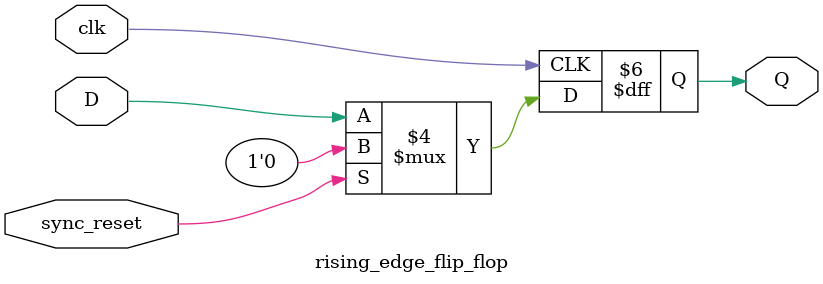
<source format=v>
`timescale 1ns / 1ps


module rising_edge_flip_flop(
D, clk, Q, sync_reset
    );
    input D;
    input clk;
    input sync_reset;
    output reg Q;
    always @(posedge clk)
    begin
        if(sync_reset==1'b1)
             Q<=1'b0;
        else
            Q<=D;
    end
     
endmodule

</source>
